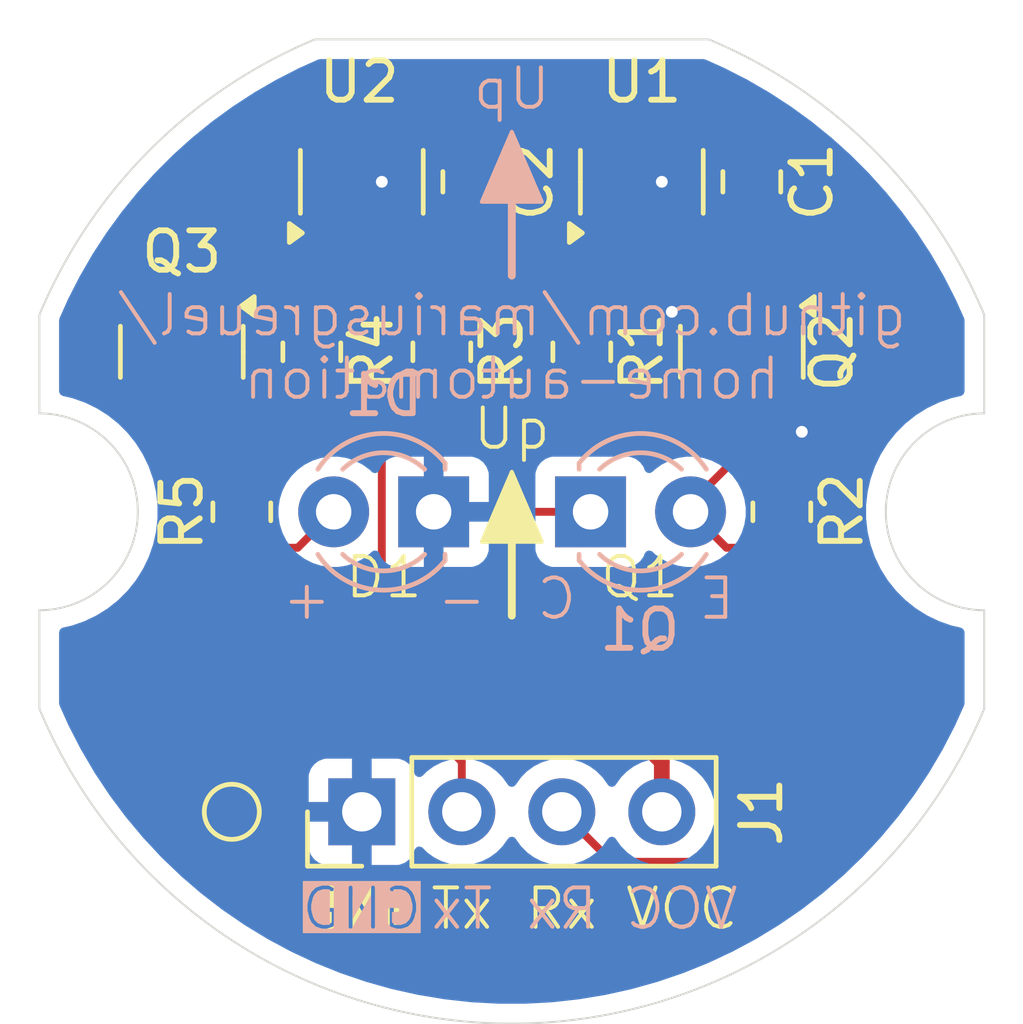
<source format=kicad_pcb>
(kicad_pcb (version 20241229) (generator "pcbnew") (generator_version "9.0")
  (layers (0 "F.Cu" signal) (2 "B.Cu" signal) (13 "F.Paste" user) (15 "B.Paste" user) (5 "F.SilkS" user "F.Silkscreen") (7 "B.SilkS" user "B.Silkscreen") (1 "F.Mask" user) (3 "B.Mask" user) (25 "Edge.Cuts" user))
  (net 0 "")
  (net 1 "VCC")
  (net 2 "GND")
  (net 3 "Net-(D1-A)")
  (net 4 "Net-(Q1-E)")
  (net 6 "Net-(Q2-C)")
  (net 7 "Net-(Q3-B)")
  (net 8 "Net-(Q3-C)")
  (net 9 "Net-(R4-Pad1)")
  (net 11 "/Tx")
  (net 12 "/Rx")
  (footprint "TestPoint:TestPoint_Pad_D1.0mm" (layer "F.Cu") (at 119.888 134.62)
    (property "Reference" "TP1" (hide yes))
    (property "Value" "GND" (hide yes))
    (fp_circle (center 0 0) (end 0 0.7) (stroke (width 0.12)) (fill no) (layer "F.SilkS"))
    (pad "1" smd circle (at 0 0) (size 1 1) (layers "F.Cu" "F.Mask") (net 2 "GND"))
  )
  (footprint "Resistor_SMD:R_0805_2012Metric" (layer "F.Cu") (at 128.778 122.936 -90)
    (property "Reference" "R1" (at 0 -1.524 90) (layer "F.SilkS"))
    (property "Value" "13K" (hide yes))
    (fp_line (start -0.227064 0.735) (end 0.227064 0.735) (stroke (width 0.12)) (layer "F.SilkS"))
    (fp_line (start -0.227064 -0.735) (end 0.227064 -0.735) (stroke (width 0.12)) (layer "F.SilkS"))
    (pad "1" smd roundrect (at -0.9125 0 270) (size 1.025 1.4) (layers "F.Cu" "F.Mask" "F.Paste") (roundrect_rratio 0.243902) (net 1 "VCC"))
    (pad "2" smd roundrect (at 0.9125 0 270) (size 1.025 1.4) (layers "F.Cu" "F.Mask" "F.Paste") (roundrect_rratio 0.243902) (net 6 "Net-(Q2-C)"))
  )
  (footprint "Capacitor_SMD:C_0805_2012Metric" (layer "F.Cu") (at 133.096 118.618 -90)
    (property "Reference" "C1" (at 0 -1.524 90) (layer "F.SilkS"))
    (property "Value" "100n" (hide yes))
    (fp_line (start -0.261252 0.735) (end 0.261252 0.735) (stroke (width 0.12)) (layer "F.SilkS"))
    (fp_line (start -0.261252 -0.735) (end 0.261252 -0.735) (stroke (width 0.12)) (layer "F.SilkS"))
    (pad "1" smd roundrect (at -0.95 0 270) (size 1 1.45) (layers "F.Cu" "F.Mask" "F.Paste") (net 1 "VCC"))
    (pad "2" smd roundrect (at 0.95 0 270) (size 1 1.45) (layers "F.Cu" "F.Mask" "F.Paste") (net 2 "GND"))
  )
  (footprint "Resistor_SMD:R_0805_2012Metric" (layer "F.Cu") (at 121.92 122.936 -90)
    (property "Reference" "R4" (at 0 -1.524 90) (layer "F.SilkS"))
    (property "Value" "13K" (hide yes))
    (fp_line (start -0.227064 0.735) (end 0.227064 0.735) (stroke (width 0.12)) (layer "F.SilkS"))
    (fp_line (start -0.227064 -0.735) (end 0.227064 -0.735) (stroke (width 0.12)) (layer "F.SilkS"))
    (pad "1" smd roundrect (at -0.9125 0 270) (size 1.025 1.4) (layers "F.Cu" "F.Mask" "F.Paste") (roundrect_rratio 0.243902) (net 9 "Net-(R4-Pad1)"))
    (pad "2" smd roundrect (at 0.9125 0 270) (size 1.025 1.4) (layers "F.Cu" "F.Mask" "F.Paste") (roundrect_rratio 0.243902) (net 7 "Net-(Q3-B)"))
  )
  (footprint "Connector_PinHeader_2.54mm:PinHeader_1x04_P2.54mm_Vertical" (layer "F.Cu") (at 123.19 134.62 90)
    (property "Reference" "J1" (at 0 10.15 90) (layer "F.SilkS"))
    (property "Value" "Conn_01x04" (hide yes))
    (fp_line (start -1.38 -1.38) (end 0 -1.38) (stroke (width 0.12)) (layer "F.SilkS"))
    (fp_line (start -1.38 0) (end -1.38 -1.38) (stroke (width 0.12)) (layer "F.SilkS"))
    (fp_line (start 1.38 1.27) (end 1.38 9) (stroke (width 0.12)) (layer "F.SilkS"))
    (fp_line (start -1.38 1.27) (end 1.38 1.27) (stroke (width 0.12)) (layer "F.SilkS"))
    (fp_line (start -1.38 1.27) (end -1.38 9) (stroke (width 0.12)) (layer "F.SilkS"))
    (fp_line (start -1.38 9) (end 1.38 9) (stroke (width 0.12)) (layer "F.SilkS"))
    (pad "1" thru_hole rect (at 0 0 90) (size 1.7 1.7) (drill 1) (layers "*.Cu" "*.Mask") (net 2 "GND"))
    (pad "2" thru_hole circle (at 0 2.54 90) (size 1.7 1.7) (drill 1) (layers "*.Cu" "*.Mask") (net 11 "/Tx"))
    (pad "3" thru_hole circle (at 0 5.08 90) (size 1.7 1.7) (drill 1) (layers "*.Cu" "*.Mask") (net 12 "/Rx"))
    (pad "4" thru_hole circle (at 0 7.62 90) (size 1.7 1.7) (drill 1) (layers "*.Cu" "*.Mask") (net 1 "VCC"))
  )
  (footprint "Resistor_SMD:R_0805_2012Metric" (layer "F.Cu") (at 133.858 127 90)
    (property "Reference" "R2" (at 0 1.524 90) (layer "F.SilkS"))
    (property "Value" "13K" (hide yes))
    (fp_line (start -0.227064 -0.735) (end 0.227064 -0.735) (stroke (width 0.12)) (layer "F.SilkS"))
    (fp_line (start -0.227064 0.735) (end 0.227064 0.735) (stroke (width 0.12)) (layer "F.SilkS"))
    (pad "1" smd roundrect (at -0.9125 0 90) (size 1.025 1.4) (layers "F.Cu" "F.Mask" "F.Paste") (roundrect_rratio 0.243902) (net 4 "Net-(Q1-E)"))
    (pad "2" smd roundrect (at 0.9125 0 90) (size 1.025 1.4) (layers "F.Cu" "F.Mask" "F.Paste") (roundrect_rratio 0.243902) (net 2 "GND"))
  )
  (footprint "Resistor_SMD:R_0805_2012Metric" (layer "F.Cu") (at 125.222 122.936 -90)
    (property "Reference" "R3" (at 0 -1.524 90) (layer "F.SilkS"))
    (property "Value" "100K" (hide yes))
    (fp_line (start -0.227064 0.735) (end 0.227064 0.735) (stroke (width 0.12)) (layer "F.SilkS"))
    (fp_line (start -0.227064 -0.735) (end 0.227064 -0.735) (stroke (width 0.12)) (layer "F.SilkS"))
    (pad "1" smd roundrect (at -0.9125 0 270) (size 1.025 1.4) (layers "F.Cu" "F.Mask" "F.Paste") (roundrect_rratio 0.243902) (net 1 "VCC"))
    (pad "2" smd roundrect (at 0.9125 0 270) (size 1.025 1.4) (layers "F.Cu" "F.Mask" "F.Paste") (roundrect_rratio 0.243902) (net 11 "/Tx"))
  )
  (footprint "Package_TO_SOT_SMD:SOT-23-5" (layer "F.Cu") (at 130.302 118.618 90)
    (property "Reference" "U1" (at 2.54 0 180) (layer "F.SilkS"))
    (property "Value" "74LVC1G17DBV" (hide yes))
    (fp_line (start 0 -1.56) (end 0.8 -1.56) (stroke (width 0.12)) (layer "F.SilkS"))
    (fp_line (start 0 -1.56) (end -0.8 -1.56) (stroke (width 0.12)) (layer "F.SilkS"))
    (fp_line (start 0 1.56) (end 0.8 1.56) (stroke (width 0.12)) (layer "F.SilkS"))
    (fp_line (start 0 1.56) (end -0.8 1.56) (stroke (width 0.12)) (layer "F.SilkS"))
    (fp_poly (pts (xy -1.3 -1.51) (xy -1.54 -1.84) (xy -1.06 -1.84)) (stroke (width 0.12)) (fill yes) (layer "F.SilkS"))
    (pad "1" smd roundrect (at -1.1375 -0.95 90) (size 1.325 0.6) (layers "F.Cu" "F.Mask" "F.Paste"))
    (pad "2" smd roundrect (at -1.1375 0 90) (size 1.325 0.6) (layers "F.Cu" "F.Mask" "F.Paste") (net 6 "Net-(Q2-C)"))
    (pad "3" smd roundrect (at -1.1375 0.95 90) (size 1.325 0.6) (layers "F.Cu" "F.Mask" "F.Paste") (net 2 "GND"))
    (pad "4" smd roundrect (at 1.1375 0.95 90) (size 1.325 0.6) (layers "F.Cu" "F.Mask" "F.Paste") (net 12 "/Rx"))
    (pad "5" smd roundrect (at 1.1375 -0.95 90) (size 1.325 0.6) (layers "F.Cu" "F.Mask" "F.Paste") (net 1 "VCC"))
  )
  (footprint "Capacitor_SMD:C_0805_2012Metric" (layer "F.Cu") (at 125.984 118.618 -90)
    (property "Reference" "C2" (at 0 -1.524 90) (layer "F.SilkS"))
    (property "Value" "100n" (hide yes))
    (fp_line (start -0.261252 0.735) (end 0.261252 0.735) (stroke (width 0.12)) (layer "F.SilkS"))
    (fp_line (start -0.261252 -0.735) (end 0.261252 -0.735) (stroke (width 0.12)) (layer "F.SilkS"))
    (pad "1" smd roundrect (at -0.95 0 270) (size 1 1.45) (layers "F.Cu" "F.Mask" "F.Paste") (net 1 "VCC"))
    (pad "2" smd roundrect (at 0.95 0 270) (size 1 1.45) (layers "F.Cu" "F.Mask" "F.Paste") (net 2 "GND"))
  )
  (footprint "Package_TO_SOT_SMD:SOT-23" (layer "F.Cu") (at 118.618 122.936 -90)
    (property "Reference" "Q3" (at -2.54 0 180) (layer "F.SilkS"))
    (property "Value" "BC807" (hide yes))
    (fp_line (start 0 1.56) (end -0.65 1.56) (stroke (width 0.12)) (layer "F.SilkS"))
    (fp_line (start 0 1.56) (end 0.65 1.56) (stroke (width 0.12)) (layer "F.SilkS"))
    (fp_line (start 0 -1.56) (end -0.65 -1.56) (stroke (width 0.12)) (layer "F.SilkS"))
    (fp_line (start 0 -1.56) (end 0.65 -1.56) (stroke (width 0.12)) (layer "F.SilkS"))
    (fp_poly (pts (xy -1.1625 -1.51) (xy -1.4025 -1.84) (xy -0.9225 -1.84)) (stroke (width 0.12)) (fill yes) (layer "F.SilkS"))
    (pad "1" smd roundrect (at -0.9375 -0.95 270) (size 1.475 0.6) (layers "F.Cu" "F.Mask" "F.Paste") (net 7 "Net-(Q3-B)"))
    (pad "2" smd roundrect (at -0.9375 0.95 270) (size 1.475 0.6) (layers "F.Cu" "F.Mask" "F.Paste") (net 1 "VCC"))
    (pad "3" smd roundrect (at 0.9375 0 270) (size 1.475 0.6) (layers "F.Cu" "F.Mask" "F.Paste") (net 8 "Net-(Q3-C)"))
  )
  (footprint "Package_TO_SOT_SMD:SOT-23" (layer "F.Cu") (at 132.842 122.936 -90)
    (property "Reference" "Q2" (at 0 -2.286 90) (layer "F.SilkS"))
    (property "Value" "BC817" (hide yes))
    (fp_line (start 0 1.56) (end -0.65 1.56) (stroke (width 0.12)) (layer "F.SilkS"))
    (fp_line (start 0 1.56) (end 0.65 1.56) (stroke (width 0.12)) (layer "F.SilkS"))
    (fp_line (start 0 -1.56) (end -0.65 -1.56) (stroke (width 0.12)) (layer "F.SilkS"))
    (fp_line (start 0 -1.56) (end 0.65 -1.56) (stroke (width 0.12)) (layer "F.SilkS"))
    (fp_poly (pts (xy -1.1625 -1.51) (xy -1.4025 -1.84) (xy -0.9225 -1.84)) (stroke (width 0.12)) (fill yes) (layer "F.SilkS"))
    (pad "1" smd roundrect (at -0.9375 -0.95 270) (size 1.475 0.6) (layers "F.Cu" "F.Mask" "F.Paste") (net 4 "Net-(Q1-E)"))
    (pad "2" smd roundrect (at -0.9375 0.95 270) (size 1.475 0.6) (layers "F.Cu" "F.Mask" "F.Paste") (net 2 "GND"))
    (pad "3" smd roundrect (at 0.9375 0 270) (size 1.475 0.6) (layers "F.Cu" "F.Mask" "F.Paste") (net 6 "Net-(Q2-C)"))
  )
  (footprint "Resistor_SMD:R_0805_2012Metric" (layer "F.Cu") (at 120.142 127 -90)
    (property "Reference" "R5" (at 0 1.524 270) (layer "F.SilkS"))
    (property "Value" "180R" (hide yes))
    (fp_line (start -0.227064 0.735) (end 0.227064 0.735) (stroke (width 0.12)) (layer "F.SilkS"))
    (fp_line (start -0.227064 -0.735) (end 0.227064 -0.735) (stroke (width 0.12)) (layer "F.SilkS"))
    (pad "1" smd roundrect (at -0.9125 0 270) (size 1.025 1.4) (layers "F.Cu" "F.Mask" "F.Paste") (roundrect_rratio 0.243902) (net 8 "Net-(Q3-C)"))
    (pad "2" smd roundrect (at 0.9125 0 270) (size 1.025 1.4) (layers "F.Cu" "F.Mask" "F.Paste") (roundrect_rratio 0.243902) (net 3 "Net-(D1-A)"))
  )
  (footprint "Package_TO_SOT_SMD:SOT-23-5" (layer "F.Cu") (at 123.19 118.618 90)
    (property "Reference" "U2" (at 2.54 -0.066 180) (layer "F.SilkS"))
    (property "Value" "74LVC1G17DBV" (hide yes))
    (fp_line (start 0 -1.56) (end 0.8 -1.56) (stroke (width 0.12)) (layer "F.SilkS"))
    (fp_line (start 0 -1.56) (end -0.8 -1.56) (stroke (width 0.12)) (layer "F.SilkS"))
    (fp_line (start 0 1.56) (end 0.8 1.56) (stroke (width 0.12)) (layer "F.SilkS"))
    (fp_line (start 0 1.56) (end -0.8 1.56) (stroke (width 0.12)) (layer "F.SilkS"))
    (fp_poly (pts (xy -1.3 -1.51) (xy -1.54 -1.84) (xy -1.06 -1.84)) (stroke (width 0.12)) (fill yes) (layer "F.SilkS"))
    (pad "1" smd roundrect (at -1.1375 -0.95 90) (size 1.325 0.6) (layers "F.Cu" "F.Mask" "F.Paste"))
    (pad "2" smd roundrect (at -1.1375 0 90) (size 1.325 0.6) (layers "F.Cu" "F.Mask" "F.Paste") (net 11 "/Tx"))
    (pad "3" smd roundrect (at -1.1375 0.95 90) (size 1.325 0.6) (layers "F.Cu" "F.Mask" "F.Paste") (net 2 "GND"))
    (pad "4" smd roundrect (at 1.1375 0.95 90) (size 1.325 0.6) (layers "F.Cu" "F.Mask" "F.Paste") (net 9 "Net-(R4-Pad1)"))
    (pad "5" smd roundrect (at 1.1375 -0.95 90) (size 1.325 0.6) (layers "F.Cu" "F.Mask" "F.Paste") (net 1 "VCC"))
  )
  (footprint "LED_THT:LED_D3.0mm_IRBlack" (layer "B.Cu") (at 125.015 127 180)
    (property "Reference" "D1" (at 1.27 2.96 0) (layer "B.SilkS") (effects (justify mirror)))
    (property "Value" "SFH4350")
    (fp_line (start -0.29 1.236) (end -0.29 1.08) (stroke (width 0.12)) (layer "B.SilkS"))
    (fp_line (start -0.29 -1.08) (end -0.29 -1.236) (stroke (width 0.12)) (layer "B.SilkS"))
    (fp_arc (start 2.941397 1.080061) (mid 1.365624 1.987701) (end -0.29 1.235516) (stroke (width 0.12)) (layer "B.SilkS"))
    (fp_arc (start 2.31091 1.080049) (mid 1.269965 1.5) (end 0.229039 1.08) (stroke (width 0.12)) (layer "B.SilkS"))
    (fp_arc (start 0.229039 -1.08) (mid 1.269965 -1.5) (end 2.31091 -1.080049) (stroke (width 0.12)) (layer "B.SilkS"))
    (fp_arc (start -0.29 -1.235516) (mid 1.365624 -1.987701) (end 2.941397 -1.080061) (stroke (width 0.12)) (layer "B.SilkS"))
    (pad "1" thru_hole rect (at 0 0 180) (size 1.8 1.8) (drill 0.9) (layers "*.Cu" "*.Mask") (net 2 "GND"))
    (pad "2" thru_hole circle (at 2.54 0 180) (size 1.8 1.8) (drill 0.9) (layers "*.Cu" "*.Mask") (net 3 "Net-(D1-A)"))
  )
  (footprint "LED_THT:LED_D3.0mm_Clear" (layer "B.Cu") (at 129 127)
    (property "Reference" "Q1" (at 1.25 3 0) (layer "B.SilkS") (effects (justify mirror)))
    (property "Value" "SFH309" (hide yes))
    (fp_line (start -0.29 -1.08) (end -0.29 -1.236) (stroke (width 0.12)) (layer "B.SilkS"))
    (fp_line (start -0.29 1.236) (end -0.29 1.08) (stroke (width 0.12)) (layer "B.SilkS"))
    (fp_arc (start -0.29 -1.235516) (mid 1.365624 -1.987701) (end 2.941397 -1.080061) (stroke (width 0.12)) (layer "B.SilkS"))
    (fp_arc (start 0.229039 -1.08) (mid 1.269965 -1.5) (end 2.31091 -1.080049) (stroke (width 0.12)) (layer "B.SilkS"))
    (fp_arc (start 2.31091 1.080049) (mid 1.269965 1.5) (end 0.229039 1.08) (stroke (width 0.12)) (layer "B.SilkS"))
    (fp_arc (start 2.941397 1.080061) (mid 1.365624 1.987701) (end -0.29 1.235516) (stroke (width 0.12)) (layer "B.SilkS"))
    (pad "1" thru_hole rect (at 0 0) (size 1.8 1.8) (drill 0.9) (layers "*.Cu" "*.Mask") (net 1 "VCC"))
    (pad "2" thru_hole circle (at 2.54 0) (size 1.8 1.8) (drill 0.9) (layers "*.Cu" "*.Mask") (net 4 "Net-(Q1-E)"))
  )
  (gr_poly (pts (xy 126.238 127.762) (xy 127 125.984) (xy 127.762 127.762)) (stroke (width 0.1)) (fill yes) (layer "F.SilkS"))
  (gr_line (start 127 129.636) (end 127 127) (stroke (width 0.2)) (layer "F.SilkS"))
  (gr_line (start 127 118.364) (end 127 121) (stroke (width 0.2)) (layer "B.SilkS"))
  (gr_poly (pts (xy 127 117.348) (xy 127.762 119.126) (xy 126.238 119.126)) (stroke (width 0.1)) (fill yes) (layer "B.SilkS"))
  (gr_arc (start 139 129.5) (mid 136.5 127) (end 139 124.5) (stroke (width 0.05)) (layer "Edge.Cuts"))
  (gr_line (start 115 122) (end 115 124.5) (stroke (width 0.05)) (layer "Edge.Cuts"))
  (gr_arc (start 132 115) (mid 136.192388 117.807612) (end 139 122) (stroke (width 0.05)) (layer "Edge.Cuts"))
  (gr_arc (start 139 132) (mid 127 140) (end 115 132) (stroke (width 0.05)) (layer "Edge.Cuts"))
  (gr_arc (start 115 124.5) (mid 117.5 127) (end 115 129.5) (stroke (width 0.05)) (layer "Edge.Cuts"))
  (gr_line (start 115 129.5) (end 115 132) (stroke (width 0.05)) (layer "Edge.Cuts"))
  (gr_arc (start 115 122) (mid 117.807612 117.807612) (end 122 115) (stroke (width 0.05)) (layer "Edge.Cuts"))
  (gr_line (start 122 115) (end 132 115) (stroke (width 0.05)) (layer "Edge.Cuts"))
  (gr_line (start 139 122) (end 139 124.5) (stroke (width 0.05)) (layer "Edge.Cuts"))
  (gr_line (start 139 129.5) (end 139 132) (stroke (width 0.05)) (layer "Edge.Cuts"))
  (gr_text "Q1" (at 130.25 129.25 0) (layer "F.SilkS") (effects (font (size 1 1) (thickness 0.1)) (justify bottom)))
  (gr_text "Up" (at 127 125.476 0) (layer "F.SilkS") (effects (font (size 1 1) (thickness 0.1)) (justify bottom)))
  (gr_text "D1" (at 123.75 129.25 0) (layer "F.SilkS") (effects (font (size 1 1) (thickness 0.1)) (justify bottom)))
  (gr_text "Tx" (at 125.73 137.668 0) (layer "F.SilkS") (effects (font (size 1 1) (thickness 0.1)) (justify bottom)))
  (gr_text "VCC" (at 131.318 137.668 0) (layer "F.SilkS") (effects (font (size 1 1) (thickness 0.1)) (justify bottom)))
  (gr_text "GND" (at 123.19 137.668 0) (layer "F.SilkS" knockout) (effects (font (size 1 1) (thickness 0.1)) (justify bottom)))
  (gr_text "Rx" (at 128.27 137.668 0) (layer "F.SilkS") (effects (font (size 1 1) (thickness 0.1)) (justify bottom)))
  (gr_text "Up" (at 127 116.84 0) (layer "B.SilkS") (effects (font (size 1 1) (thickness 0.1)) (justify bottom mirror)))
  (gr_text "Tx" (at 125.73 137.668 0) (layer "B.SilkS") (effects (font (size 1 1) (thickness 0.1)) (justify bottom mirror)))
  (gr_text "GND" (at 123.19 137.668 0) (layer "B.SilkS" knockout) (effects (font (size 1 1) (thickness 0.1)) (justify bottom mirror)))
  (gr_text "Rx" (at 128.27 137.668 0) (layer "B.SilkS") (effects (font (size 1 1) (thickness 0.1)) (justify bottom mirror)))
  (gr_text "-" (at 125.73 129.794 0) (layer "B.SilkS") (effects (font (size 1 1) (thickness 0.1)) (justify bottom mirror)))
  (gr_text "github.com/mariusgreuel/\nhome-automation" (at 127 124.206 0) (layer "B.SilkS") (effects (font (size 1 1) (thickness 0.1)) (justify bottom mirror)))
  (gr_text "C" (at 128.143 129.794 0) (layer "B.SilkS") (effects (font (size 1 1) (thickness 0.1)) (justify bottom mirror)))
  (gr_text "VCC" (at 131.318 137.668 0) (layer "B.SilkS") (effects (font (size 1 1) (thickness 0.1)) (justify bottom mirror)))
  (gr_text "+" (at 121.793 129.794 0) (layer "B.SilkS") (effects (font (size 1 1) (thickness 0.1)) (justify bottom mirror)))
  (gr_text "E" (at 132.207 129.794 0) (layer "B.SilkS") (effects (font (size 1 1) (thickness 0.1)) (justify bottom mirror)))
  (segment (start 127.8835 117.4805) (end 127.762 117.602) (width 0.2) (layer "F.Cu") (net 1))
  (segment (start 127.0235 122.0235) (end 127 122.047) (width 0.2) (layer "F.Cu") (net 1))
  (segment (start 122.24 117.4805) (end 123.3885 116.332) (width 0.2) (layer "F.Cu") (net 1))
  (segment (start 129 127) (end 127 127) (width 0.2) (layer "F.Cu") (net 1))
  (segment (start 126.9765 122.0235) (end 127 122.047) (width 0.2) (layer "F.Cu") (net 1))
  (segment (start 133.096 117.668) (end 133.096 117.094) (width 0.2) (layer "F.Cu") (net 1))
  (segment (start 133.096 117.094) (end 132.334 116.332) (width 0.2) (layer "F.Cu") (net 1))
  (segment (start 125.222 116.332) (end 125.984 117.094) (width 0.2) (layer "F.Cu") (net 1))
  (segment (start 130.81 133.35) (end 130.81 134.62) (width 0.4) (layer "F.Cu") (net 1))
  (segment (start 117.668 121.9985) (end 117.668 120.33) (width 0.4) (layer "F.Cu") (net 1))
  (segment (start 129.352 117.4805) (end 127.8835 117.4805) (width 0.2) (layer "F.Cu") (net 1))
  (segment (start 127 127) (end 127 122.047) (width 0.4) (layer "F.Cu") (net 1))
  (segment (start 127.762 116.586) (end 127.762 118.872) (width 0.4) (layer "F.Cu") (net 1))
  (segment (start 127 122.047) (end 127 121.158) (width 0.4) (layer "F.Cu") (net 1))
  (segment (start 127 127) (end 127 129.54) (width 0.4) (layer "F.Cu") (net 1))
  (segment (start 132.334 116.332) (end 130.5005 116.332) (width 0.2) (layer "F.Cu") (net 1))
  (segment (start 127.762 120.396) (end 127.762 118.872) (width 0.4) (layer "F.Cu") (net 1))
  (segment (start 122.174 115.824) (end 127 115.824) (width 0.4) (layer "F.Cu") (net 1))
  (segment (start 127 121.158) (end 127.762 120.396) (width 0.4) (layer "F.Cu") (net 1))
  (segment (start 127.762 118.872) (end 127.762 117.602) (width 0.4) (layer "F.Cu") (net 1))
  (segment (start 122.24 117.4805) (end 122.24 115.89) (width 0.2) (layer "F.Cu") (net 1))
  (segment (start 127 129.54) (end 130.81 133.35) (width 0.4) (layer "F.Cu") (net 1))
  (segment (start 117.668 120.33) (end 122.174 115.824) (width 0.4) (layer "F.Cu") (net 1))
  (segment (start 127 115.824) (end 127.762 116.586) (width 0.4) (layer "F.Cu") (net 1))
  (segment (start 130.5005 116.332) (end 129.352 117.4805) (width 0.2) (layer "F.Cu") (net 1))
  (segment (start 123.3885 116.332) (end 125.222 116.332) (width 0.2) (layer "F.Cu") (net 1))
  (segment (start 128.778 122.0235) (end 127.0235 122.0235) (width 0.2) (layer "F.Cu") (net 1))
  (segment (start 125.984 117.094) (end 125.984 117.668) (width 0.2) (layer "F.Cu") (net 1))
  (segment (start 125.222 122.0235) (end 126.9765 122.0235) (width 0.2) (layer "F.Cu") (net 1))
  (segment (start 122.24 115.89) (end 122.174 115.824) (width 0.2) (layer "F.Cu") (net 1))
  (segment (start 134.366 124.968) (end 133.858 125.476) (width 0.2) (layer "F.Cu") (net 2))
  (segment (start 133.858 125.476) (end 133.858 126.0875) (width 0.2) (layer "F.Cu") (net 2))
  (segment (start 124.14 119.7555) (end 124.14 119.06) (width 0.2) (layer "F.Cu") (net 2))
  (segment (start 124.14 119.06) (end 123.698 118.618) (width 0.2) (layer "F.Cu") (net 2))
  (segment (start 131.9585 119.7555) (end 132.146 119.568) (width 0.2) (layer "F.Cu") (net 2))
  (segment (start 131.252 119.7555) (end 131.252 119.06) (width 0.2) (layer "F.Cu") (net 2))
  (segment (start 125.034 119.568) (end 125.984 119.568) (width 0.2) (layer "F.Cu") (net 2))
  (segment (start 124.8465 119.7555) (end 125.034 119.568) (width 0.2) (layer "F.Cu") (net 2))
  (segment (start 131.8135 121.92) (end 131.892 121.9985) (width 0.2) (layer "F.Cu") (net 2))
  (segment (start 119.888 134.62) (end 123.19 134.62) (width 0.2) (layer "F.Cu") (net 2))
  (segment (start 131.252 119.06) (end 130.81 118.618) (width 0.2) (layer "F.Cu") (net 2))
  (segment (start 131.064 121.92) (end 131.8135 121.92) (width 0.2) (layer "F.Cu") (net 2))
  (segment (start 131.252 119.7555) (end 131.9585 119.7555) (width 0.2) (layer "F.Cu") (net 2))
  (segment (start 124.14 119.7555) (end 124.8465 119.7555) (width 0.2) (layer "F.Cu") (net 2))
  (segment (start 132.146 119.568) (end 133.096 119.568) (width 0.2) (layer "F.Cu") (net 2))
  (via (at 123.698 118.618) (size 0.6) (drill 0.3) (layers "F.Cu" "B.Cu") (net 2))
  (via (at 134.366 124.968) (size 0.6) (drill 0.3) (layers "F.Cu" "B.Cu") (net 2))
  (via (at 131.064 121.92) (size 0.6) (drill 0.3) (layers "F.Cu" "B.Cu") (net 2))
  (via (at 130.81 118.618) (size 0.6) (drill 0.3) (layers "F.Cu" "B.Cu") (net 2))
  (segment (start 121.5625 127.9125) (end 122.475 127) (width 0.2) (layer "F.Cu") (net 3))
  (segment (start 120.142 127.9125) (end 121.5625 127.9125) (width 0.2) (layer "F.Cu") (net 3))
  (segment (start 133.858 127.9125) (end 132.4525 127.9125) (width 0.2) (layer "F.Cu") (net 4))
  (segment (start 133.792 121.9985) (end 133.792 124.540776) (width 0.2) (layer "F.Cu") (net 4))
  (segment (start 131.54 126.792776) (end 131.54 127) (width 0.2) (layer "F.Cu") (net 4))
  (segment (start 133.792 124.540776) (end 131.54 126.792776) (width 0.2) (layer "F.Cu") (net 4))
  (segment (start 132.4525 127.9125) (end 131.54 127) (width 0.2) (layer "F.Cu") (net 4))
  (segment (start 128.778 123.8485) (end 130.302 123.8485) (width 0.2) (layer "F.Cu") (net 6))
  (segment (start 130.302 123.8485) (end 132.817 123.8485) (width 0.2) (layer "F.Cu") (net 6))
  (segment (start 130.302 119.7555) (end 130.302 123.8485) (width 0.2) (layer "F.Cu") (net 6))
  (segment (start 132.817 123.8485) (end 132.842 123.8735) (width 0.2) (layer "F.Cu") (net 6))
  (segment (start 120.5465 123.8485) (end 121.92 123.8485) (width 0.2) (layer "F.Cu") (net 7))
  (segment (start 119.568 122.87) (end 120.5465 123.8485) (width 0.2) (layer "F.Cu") (net 7))
  (segment (start 119.568 121.9985) (end 119.568 122.87) (width 0.2) (layer "F.Cu") (net 7))
  (segment (start 120.142 124.968) (end 119.0475 123.8735) (width 0.2) (layer "F.Cu") (net 8))
  (segment (start 119.0475 123.8735) (end 118.618 123.8735) (width 0.2) (layer "F.Cu") (net 8))
  (segment (start 120.142 126.0875) (end 120.142 124.968) (width 0.2) (layer "F.Cu") (net 8))
  (segment (start 121.412 120.904) (end 121.92 121.412) (width 0.2) (layer "F.Cu") (net 9))
  (segment (start 123.8195 117.4805) (end 122.682 118.618) (width 0.2) (layer "F.Cu") (net 9))
  (segment (start 121.92 121.412) (end 121.92 122.0235) (width 0.2) (layer "F.Cu") (net 9))
  (segment (start 124.14 117.4805) (end 123.8195 117.4805) (width 0.2) (layer "F.Cu") (net 9))
  (segment (start 122.682 118.618) (end 121.666 118.618) (width 0.2) (layer "F.Cu") (net 9))
  (segment (start 121.412 118.872) (end 121.412 120.904) (width 0.2) (layer "F.Cu") (net 9))
  (segment (start 121.666 118.618) (end 121.412 118.872) (width 0.2) (layer "F.Cu") (net 9))
  (segment (start 123.19 119.7555) (end 123.19 122.682) (width 0.2) (layer "F.Cu") (net 11))
  (segment (start 123.698 123.825) (end 123.698 131.318) (width 0.2) (layer "F.Cu") (net 11))
  (segment (start 125.73 133.35) (end 125.73 134.62) (width 0.2) (layer "F.Cu") (net 11))
  (segment (start 123.698 123.19) (end 123.19 122.682) (width 0.2) (layer "F.Cu") (net 11))
  (segment (start 125.222 123.8485) (end 123.7215 123.8485) (width 0.2) (layer "F.Cu") (net 11))
  (segment (start 123.698 123.825) (end 123.698 123.19) (width 0.2) (layer "F.Cu") (net 11))
  (segment (start 123.7215 123.8485) (end 123.698 123.825) (width 0.2) (layer "F.Cu") (net 11))
  (segment (start 123.698 131.318) (end 125.73 133.35) (width 0.2) (layer "F.Cu") (net 11))
  (segment (start 129.54 135.89) (end 132.08 135.89) (width 0.2) (layer "F.Cu") (net 12))
  (segment (start 128.27 134.62) (end 129.54 135.89) (width 0.2) (layer "F.Cu") (net 12))
  (segment (start 132.08 135.89) (end 135.128 132.842) (width 0.2) (layer "F.Cu") (net 12))
  (segment (start 133.655744 118.618) (end 132.3895 118.618) (width 0.2) (layer "F.Cu") (net 12))
  (segment (start 135.128 120.090256) (end 133.655744 118.618) (width 0.2) (layer "F.Cu") (net 12))
  (segment (start 135.128 132.842) (end 135.128 120.090256) (width 0.2) (layer "F.Cu") (net 12))
  (segment (start 132.3895 118.618) (end 131.252 117.4805) (width 0.2) (layer "F.Cu") (net 12))
  (zone (net 2) (net_name "GND") (layer "B.Cu") (connect_pads (clearance 0.5)) (min_thickness 0.25) (fill yes (thermal_gap 0.5) (thermal_bridge_width 0.5))
    (polygon (pts (xy 140 114) (xy 114 114) (xy 114 140) (xy 140 140)))
  )
)
</source>
